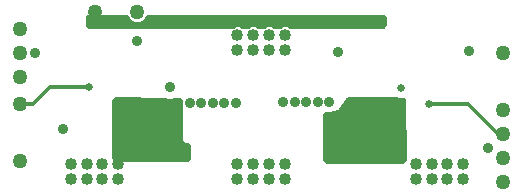
<source format=gbr>
G04 #@! TF.GenerationSoftware,KiCad,Pcbnew,(5.0.0)*
G04 #@! TF.CreationDate,2019-04-05T14:46:39-07:00*
G04 #@! TF.ProjectId,Buffer,4275666665722E6B696361645F706362,rev?*
G04 #@! TF.SameCoordinates,Original*
G04 #@! TF.FileFunction,Copper,L3,Inr,Signal*
G04 #@! TF.FilePolarity,Positive*
%FSLAX46Y46*%
G04 Gerber Fmt 4.6, Leading zero omitted, Abs format (unit mm)*
G04 Created by KiCad (PCBNEW (5.0.0)) date 04/05/19 14:46:39*
%MOMM*%
%LPD*%
G01*
G04 APERTURE LIST*
G04 #@! TA.AperFunction,ViaPad*
%ADD10C,1.270000*%
G04 #@! TD*
G04 #@! TA.AperFunction,ViaPad*
%ADD11C,1.016000*%
G04 #@! TD*
G04 #@! TA.AperFunction,ViaPad*
%ADD12C,0.889000*%
G04 #@! TD*
G04 #@! TA.AperFunction,ViaPad*
%ADD13C,0.635000*%
G04 #@! TD*
G04 #@! TA.AperFunction,Conductor*
%ADD14C,0.330200*%
G04 #@! TD*
G04 #@! TA.AperFunction,Conductor*
%ADD15C,0.635000*%
G04 #@! TD*
G04 #@! TA.AperFunction,Conductor*
%ADD16C,0.254000*%
G04 #@! TD*
G04 APERTURE END LIST*
D10*
G04 #@! TO.N,/GNDB1*
G04 #@! TO.C,TP1*
X9906000Y15494000D03*
G04 #@! TD*
D11*
G04 #@! TO.N,/GNDB1*
G04 #@! TO.C,TP2*
X19748500Y12334900D03*
G04 #@! TD*
G04 #@! TO.N,/GNDB1*
G04 #@! TO.C,TP2*
X21082000Y12334900D03*
G04 #@! TD*
G04 #@! TO.N,/GNDB1*
G04 #@! TO.C,TP2*
X18415000Y12334900D03*
G04 #@! TD*
G04 #@! TO.N,/GNDB1*
G04 #@! TO.C,TP2*
X18415000Y13604900D03*
G04 #@! TD*
G04 #@! TO.N,/GNDB1*
G04 #@! TO.C,TP2*
X22415500Y12334900D03*
G04 #@! TD*
G04 #@! TO.N,/GNDB1*
G04 #@! TO.C,TP2*
X21082000Y13604900D03*
G04 #@! TD*
G04 #@! TO.N,/GNDB1*
G04 #@! TO.C,TP2*
X22415500Y13604900D03*
G04 #@! TD*
G04 #@! TO.N,/GNDB1*
G04 #@! TO.C,TP2*
X19748500Y13604900D03*
G04 #@! TD*
G04 #@! TO.N,/Vc2Pos*
G04 #@! TO.C,TP2*
X21082000Y1397000D03*
G04 #@! TD*
G04 #@! TO.N,/Vc2Pos*
G04 #@! TO.C,TP2*
X22415500Y1397000D03*
G04 #@! TD*
G04 #@! TO.N,/LfNeg*
G04 #@! TO.C,TP2*
X8318500Y1397000D03*
G04 #@! TD*
G04 #@! TO.N,/CfNeg*
G04 #@! TO.C,TP2*
X37528500Y1397000D03*
G04 #@! TD*
G04 #@! TO.N,/CfNeg*
G04 #@! TO.C,TP2*
X36195000Y1397000D03*
G04 #@! TD*
G04 #@! TO.N,/CfNeg*
G04 #@! TO.C,TP2*
X33528000Y2667000D03*
G04 #@! TD*
G04 #@! TO.N,/CfNeg*
G04 #@! TO.C,TP2*
X33528000Y1397000D03*
G04 #@! TD*
G04 #@! TO.N,/CfNeg*
G04 #@! TO.C,TP2*
X36195000Y2667000D03*
G04 #@! TD*
G04 #@! TO.N,/CfNeg*
G04 #@! TO.C,TP2*
X34861500Y2667000D03*
G04 #@! TD*
G04 #@! TO.N,/CfNeg*
G04 #@! TO.C,TP2*
X34861500Y1397000D03*
G04 #@! TD*
G04 #@! TO.N,/CfNeg*
G04 #@! TO.C,TP2*
X37528500Y2667000D03*
G04 #@! TD*
D10*
G04 #@! TO.N,/PWMLow2*
G04 #@! TO.C,TP11*
X40894000Y12065000D03*
G04 #@! TD*
D11*
G04 #@! TO.N,/Vc2Pos*
G04 #@! TO.C,TP2*
X19748500Y1397000D03*
G04 #@! TD*
G04 #@! TO.N,/Vc2Pos*
G04 #@! TO.C,TP2*
X18415000Y1397000D03*
G04 #@! TD*
G04 #@! TO.N,/Vc2Pos*
G04 #@! TO.C,TP2*
X22415500Y2667000D03*
G04 #@! TD*
G04 #@! TO.N,/Vc2Pos*
G04 #@! TO.C,TP2*
X21082000Y2667000D03*
G04 #@! TD*
G04 #@! TO.N,/Vc2Pos*
G04 #@! TO.C,TP2*
X19748500Y2667000D03*
G04 #@! TD*
G04 #@! TO.N,/Vc2Pos*
G04 #@! TO.C,TP2*
X18415000Y2667000D03*
G04 #@! TD*
G04 #@! TO.N,/LfNeg*
G04 #@! TO.C,TP2*
X6985000Y2667000D03*
G04 #@! TD*
G04 #@! TO.N,/LfNeg*
G04 #@! TO.C,TP2*
X5638800Y2667000D03*
G04 #@! TD*
G04 #@! TO.N,/LfNeg*
G04 #@! TO.C,TP2*
X8318500Y2667000D03*
G04 #@! TD*
G04 #@! TO.N,/LfNeg*
G04 #@! TO.C,TP2*
X6985000Y1397000D03*
G04 #@! TD*
G04 #@! TO.N,/LfNeg*
G04 #@! TO.C,TP2*
X5651500Y1397000D03*
G04 #@! TD*
G04 #@! TO.N,/LfNeg*
G04 #@! TO.C,TP2*
X4318000Y2667000D03*
G04 #@! TD*
G04 #@! TO.N,/LfNeg*
G04 #@! TO.C,TP2*
X4318000Y1397000D03*
G04 #@! TD*
D10*
G04 #@! TO.N,/GNDI*
G04 #@! TO.C,TP16*
X0Y12065000D03*
G04 #@! TD*
G04 #@! TO.N,/5.5V_Iso*
G04 #@! TO.C,TP15*
X6350000Y15494000D03*
G04 #@! TD*
G04 #@! TO.N,/5V*
G04 #@! TO.C,TP17*
X0Y14097000D03*
G04 #@! TD*
G04 #@! TO.N,/GNDI*
G04 #@! TO.C,TP5*
X40894000Y3175000D03*
G04 #@! TD*
G04 #@! TO.N,/PWMHigh2*
G04 #@! TO.C,TP10*
X40894000Y7239000D03*
G04 #@! TD*
G04 #@! TO.N,/Disable2*
G04 #@! TO.C,TP9*
X40894000Y5207000D03*
G04 #@! TD*
G04 #@! TO.N,/Disable1*
G04 #@! TO.C,TP6*
X0Y7731000D03*
G04 #@! TD*
G04 #@! TO.N,/5V*
G04 #@! TO.C,TP4*
X40894000Y1143000D03*
G04 #@! TD*
G04 #@! TO.N,/PWMLow1*
G04 #@! TO.C,TP3*
X0Y10033000D03*
G04 #@! TD*
G04 #@! TO.N,/PWMHigh1*
G04 #@! TO.C,TP2*
X0Y2921000D03*
G04 #@! TD*
D12*
G04 #@! TO.N,/GNDI*
X3683000Y5651500D03*
X1270000Y12065000D03*
X39624000Y4013200D03*
X38036500Y12255500D03*
D13*
G04 #@! TO.N,/GNDB1*
X32258000Y9080500D03*
D12*
X9906000Y13081000D03*
X12674600Y9194800D03*
X26949400Y12166600D03*
D13*
G04 #@! TO.N,/Disable1*
X5867400Y9144000D03*
G04 #@! TO.N,/Disable2*
X34671000Y7747000D03*
D12*
G04 #@! TO.N,/CfNeg*
X23266400Y7874000D03*
X26162000Y7874000D03*
X25196800Y7874000D03*
X24231600Y7874000D03*
X22301200Y7874000D03*
X28384500Y3429000D03*
X28448000Y7823200D03*
G04 #@! TO.N,/5.5V_Iso*
X30226000Y14732000D03*
G04 #@! TO.N,/LfNeg*
X16319500Y7823200D03*
X14389100Y7823200D03*
X18249900Y7823200D03*
X17284700Y7823200D03*
X15354300Y7823200D03*
D13*
X8534400Y7848600D03*
D12*
X13563600Y3556000D03*
G04 #@! TD*
D14*
G04 #@! TO.N,/Disable1*
X1127000Y7731000D02*
X417510Y7731000D01*
X5867400Y9144000D02*
X2540000Y9144000D01*
X2540000Y9144000D02*
X1127000Y7731000D01*
G04 #@! TO.N,/Disable2*
X37936490Y7747000D02*
X35120012Y7747000D01*
X40476490Y5207000D02*
X37936490Y7747000D01*
X35120012Y7747000D02*
X34671000Y7747000D01*
D15*
G04 #@! TO.N,/5.5V_Iso*
X6343301Y14795500D02*
X6471891Y14924090D01*
D14*
G04 #@! TO.N,/LfNeg*
X14338300Y7874000D02*
X14389100Y7823200D01*
G04 #@! TD*
D16*
G04 #@! TO.N,/LfNeg*
G36*
X12268477Y8194579D02*
X12459874Y8115300D01*
X12889326Y8115300D01*
X13076572Y8192860D01*
X13379191Y8192216D01*
X13530299Y8130080D01*
X13594626Y7979889D01*
X13647601Y4801410D01*
X13657171Y4755117D01*
X13745689Y4540423D01*
X13773152Y4499176D01*
X13810050Y4473443D01*
X14021045Y4376436D01*
X14066919Y4365028D01*
X14126563Y4361652D01*
X14270416Y4295480D01*
X14330685Y4149053D01*
X14345491Y3216245D01*
X14283569Y3061569D01*
X14129896Y2997200D01*
X8089763Y2997200D01*
X7937196Y3060396D01*
X7874000Y3212963D01*
X7874000Y7987727D01*
X7937353Y8140443D01*
X8090201Y8203469D01*
X12268477Y8194579D01*
X12268477Y8194579D01*
G37*
X12268477Y8194579D02*
X12459874Y8115300D01*
X12889326Y8115300D01*
X13076572Y8192860D01*
X13379191Y8192216D01*
X13530299Y8130080D01*
X13594626Y7979889D01*
X13647601Y4801410D01*
X13657171Y4755117D01*
X13745689Y4540423D01*
X13773152Y4499176D01*
X13810050Y4473443D01*
X14021045Y4376436D01*
X14066919Y4365028D01*
X14126563Y4361652D01*
X14270416Y4295480D01*
X14330685Y4149053D01*
X14345491Y3216245D01*
X14283569Y3061569D01*
X14129896Y2997200D01*
X8089763Y2997200D01*
X7937196Y3060396D01*
X7874000Y3212963D01*
X7874000Y7987727D01*
X7937353Y8140443D01*
X8090201Y8203469D01*
X12268477Y8194579D01*
G04 #@! TO.N,/CfNeg*
G36*
X32068536Y8128000D02*
X32447464Y8128000D01*
X32474422Y8139166D01*
X32515817Y8041565D01*
X32571615Y3075585D01*
X32509317Y2921525D01*
X32355965Y2857500D01*
X25996763Y2857500D01*
X25844196Y2920696D01*
X25781000Y3073263D01*
X25781000Y6801046D01*
X25837002Y6946386D01*
X25976047Y7016571D01*
X26787302Y7097697D01*
X26840094Y7115218D01*
X27072678Y7255025D01*
X27112919Y7293427D01*
X27679749Y8143671D01*
X27887769Y8255000D01*
X31761930Y8255000D01*
X32068536Y8128000D01*
X32068536Y8128000D01*
G37*
X32068536Y8128000D02*
X32447464Y8128000D01*
X32474422Y8139166D01*
X32515817Y8041565D01*
X32571615Y3075585D01*
X32509317Y2921525D01*
X32355965Y2857500D01*
X25996763Y2857500D01*
X25844196Y2920696D01*
X25781000Y3073263D01*
X25781000Y6801046D01*
X25837002Y6946386D01*
X25976047Y7016571D01*
X26787302Y7097697D01*
X26840094Y7115218D01*
X27072678Y7255025D01*
X27112919Y7293427D01*
X27679749Y8143671D01*
X27887769Y8255000D01*
X31761930Y8255000D01*
X32068536Y8128000D01*
G04 #@! TO.N,/5.5V_Iso*
G36*
X9130809Y14976034D02*
X9388034Y14718809D01*
X9724115Y14579600D01*
X10087885Y14579600D01*
X10423966Y14718809D01*
X10681191Y14976034D01*
X10780671Y15216200D01*
X30766195Y15216200D01*
X30861304Y15176804D01*
X30924500Y15024237D01*
X30924500Y14503263D01*
X30861304Y14350696D01*
X30708737Y14287500D01*
X22825132Y14287500D01*
X22572124Y14392300D01*
X22258876Y14392300D01*
X22005868Y14287500D01*
X21491632Y14287500D01*
X21238624Y14392300D01*
X20925376Y14392300D01*
X20672368Y14287500D01*
X20158132Y14287500D01*
X19905124Y14392300D01*
X19591876Y14392300D01*
X19338868Y14287500D01*
X18824632Y14287500D01*
X18571624Y14392300D01*
X18258376Y14392300D01*
X18005368Y14287500D01*
X5867263Y14287500D01*
X5714696Y14350696D01*
X5651500Y14503263D01*
X5651500Y15024237D01*
X5714696Y15176804D01*
X5809805Y15216200D01*
X9031329Y15216200D01*
X9130809Y14976034D01*
X9130809Y14976034D01*
G37*
X9130809Y14976034D02*
X9388034Y14718809D01*
X9724115Y14579600D01*
X10087885Y14579600D01*
X10423966Y14718809D01*
X10681191Y14976034D01*
X10780671Y15216200D01*
X30766195Y15216200D01*
X30861304Y15176804D01*
X30924500Y15024237D01*
X30924500Y14503263D01*
X30861304Y14350696D01*
X30708737Y14287500D01*
X22825132Y14287500D01*
X22572124Y14392300D01*
X22258876Y14392300D01*
X22005868Y14287500D01*
X21491632Y14287500D01*
X21238624Y14392300D01*
X20925376Y14392300D01*
X20672368Y14287500D01*
X20158132Y14287500D01*
X19905124Y14392300D01*
X19591876Y14392300D01*
X19338868Y14287500D01*
X18824632Y14287500D01*
X18571624Y14392300D01*
X18258376Y14392300D01*
X18005368Y14287500D01*
X5867263Y14287500D01*
X5714696Y14350696D01*
X5651500Y14503263D01*
X5651500Y15024237D01*
X5714696Y15176804D01*
X5809805Y15216200D01*
X9031329Y15216200D01*
X9130809Y14976034D01*
G04 #@! TD*
M02*

</source>
